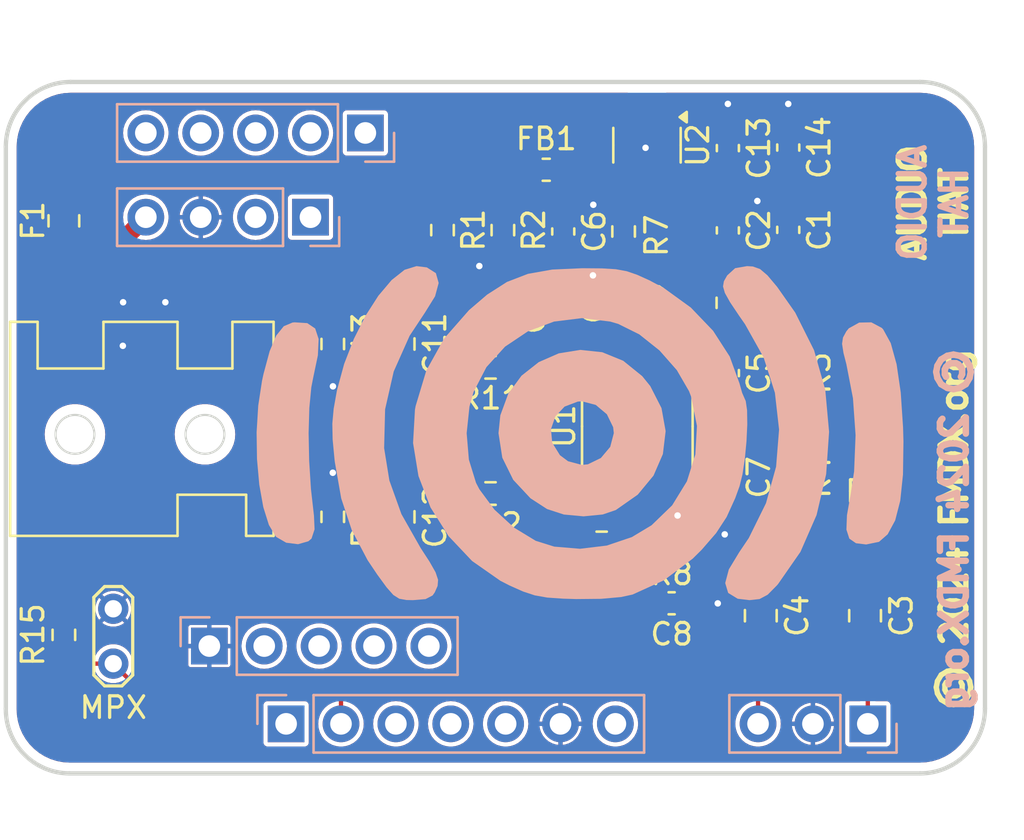
<source format=kicad_pcb>
(kicad_pcb (version 20240108) (generator "pcbnew") (generator_version "8.0")
  (title_block (title "Audiohat for Headless TEF") (date "2024-08-01") (rev "1") (company "fmdx.org"))
  (layers (0 "F.Cu" signal) (31 "B.Cu" signal) (34 "B.Paste" user) (35 "F.Paste" user) (36 "B.SilkS" user "B.Silkscreen") (37 "F.SilkS" user "F.Silkscreen") (38 "B.Mask" user) (39 "F.Mask" user) (44 "Edge.Cuts" user))
  (net 0 "")
  (net 1 "Net-(J1-Pin_1)")
  (net 2 "Net-(J1-Pin_3)")
  (net 3 "GND")
  (net 4 "Net-(C4-Pad2)")
  (net 5 "Net-(U1A-+)")
  (net 6 "Net-(U1A--)")
  (net 7 "Net-(U1C-V+)")
  (net 8 "Net-(C11-Pad1)")
  (net 9 "Net-(C11-Pad2)")
  (net 10 "Net-(C12-Pad2)")
  (net 11 "Net-(C12-Pad1)")
  (net 12 "Net-(U2-OUT)")
  (net 13 "Net-(U2-EN)")
  (net 23 "Net-(R11-Pad1)")
  (net 24 "Net-(R10-Pad2)")
  (net 26 "Net-(C1-Pad1)")
  (net 27 "Net-(C3-Pad2)")
  (net 28 "Net-(U1B-+)")
  (net 29 "Net-(U1B--)")
  (net 30 "Net-(J6-Pin_4)")
  (net 34 "Net-(J5-Pin_2)")
  (footprint "Capacitor_SMD:C_0603_1608Metric" (layer "F.Cu") (at 169.312 94.249 90)
    (property "Reference" "C5" (at 0 1.43 90) (layer "F.SilkS"))
    (property "Value" "10p")
    (fp_line (start -0.14058 -0.51) (end 0.14058 -0.51) (stroke (width 0.12)) (layer "F.SilkS"))
    (fp_line (start -0.14058 0.51) (end 0.14058 0.51) (stroke (width 0.12)) (layer "F.SilkS"))
    (pad "1" smd roundrect (at -0.775 0 90) (size 0.9 0.95) (layers "F.Cu" "F.Paste" "F.Mask") (net 28 "Net-(U1B-+)"))
    (pad "2" smd roundrect (at 0.775 0 90) (size 0.9 0.95) (layers "F.Cu" "F.Paste" "F.Mask") (net 3 "GND"))
  )
  (footprint "Capacitor_SMD:C_0603_1608Metric" (layer "F.Cu") (at 169.312 83.835 90)
    (property "Reference" "C13" (at 0 1.43 90) (layer "F.SilkS"))
    (property "Value" "100n")
    (fp_line (start -0.14058 -0.51) (end 0.14058 -0.51) (stroke (width 0.12)) (layer "F.SilkS"))
    (fp_line (start -0.14058 0.51) (end 0.14058 0.51) (stroke (width 0.12)) (layer "F.SilkS"))
    (pad "1" smd roundrect (at -0.775 0 90) (size 0.9 0.95) (layers "F.Cu" "F.Paste" "F.Mask") (net 12 "Net-(U2-OUT)"))
    (pad "2" smd roundrect (at 0.775 0 90) (size 0.9 0.95) (layers "F.Cu" "F.Paste" "F.Mask") (net 3 "GND"))
  )
  (footprint "Capacitor_SMD:C_0603_1608Metric" (layer "F.Cu") (at 158.898 90.997 90)
    (property "Reference" "C10" (at 0 1.43 90) (layer "F.SilkS"))
    (property "Value" "4.7uF")
    (fp_line (start -0.14058 -0.51) (end 0.14058 -0.51) (stroke (width 0.12)) (layer "F.SilkS"))
    (fp_line (start -0.14058 0.51) (end 0.14058 0.51) (stroke (width 0.12)) (layer "F.SilkS"))
    (pad "1" smd roundrect (at -0.775 0 90) (size 0.9 0.95) (layers "F.Cu" "F.Paste" "F.Mask") (net 7 "Net-(U1C-V+)"))
    (pad "2" smd roundrect (at 0.775 0 90) (size 0.9 0.95) (layers "F.Cu" "F.Paste" "F.Mask") (net 3 "GND"))
  )
  (footprint "Capacitor_SMD:C_0603_1608Metric" (layer "F.Cu") (at 172.106 83.809 90)
    (property "Reference" "C14" (at 0 1.43 90) (layer "F.SilkS"))
    (property "Value" "4.7uF")
    (fp_line (start -0.14058 -0.51) (end 0.14058 -0.51) (stroke (width 0.12)) (layer "F.SilkS"))
    (fp_line (start -0.14058 0.51) (end 0.14058 0.51) (stroke (width 0.12)) (layer "F.SilkS"))
    (pad "1" smd roundrect (at -0.775 0 90) (size 0.9 0.95) (layers "F.Cu" "F.Paste" "F.Mask") (net 12 "Net-(U2-OUT)"))
    (pad "2" smd roundrect (at 0.775 0 90) (size 0.9 0.95) (layers "F.Cu" "F.Paste" "F.Mask") (net 3 "GND"))
  )
  (footprint "Package_TO_SOT_SMD:SOT-23-5" (layer "F.Cu") (at 165.568 83.7005 -90)
    (property "Reference" "U2" (at 0 -2.352 90) (layer "F.SilkS"))
    (property "Value" "TPS7A2033PDBVR")
    (fp_line (start 0 1.56) (end -0.8 1.56) (stroke (width 0.12)) (layer "F.SilkS"))
    (fp_line (start 0 1.56) (end 0.8 1.56) (stroke (width 0.12)) (layer "F.SilkS"))
    (fp_line (start 0 -1.56) (end -0.8 -1.56) (stroke (width 0.12)) (layer "F.SilkS"))
    (fp_line (start 0 -1.56) (end 0.8 -1.56) (stroke (width 0.12)) (layer "F.SilkS"))
    (fp_poly (pts (xy -1.3 -1.51) (xy -1.54 -1.84) (xy -1.06 -1.84) (xy -1.3 -1.51)) (stroke (width 0.12)) (fill solid) (layer "F.SilkS"))
    (pad "1" smd roundrect (at -1.1375 -0.95 270) (size 1.325 0.6) (layers "F.Cu" "F.Paste" "F.Mask") (net 13 "Net-(U2-EN)"))
    (pad "2" smd roundrect (at -1.1375 0 270) (size 1.325 0.6) (layers "F.Cu" "F.Paste" "F.Mask") (net 3 "GND"))
    (pad "3" smd roundrect (at -1.1375 0.95 270) (size 1.325 0.6) (layers "F.Cu" "F.Paste" "F.Mask") (net 13 "Net-(U2-EN)"))
    (pad "4" smd roundrect (at 1.1375 0.95 270) (size 1.325 0.6) (layers "F.Cu" "F.Paste" "F.Mask"))
    (pad "5" smd roundrect (at 1.1375 -0.95 270) (size 1.325 0.6) (layers "F.Cu" "F.Paste" "F.Mask") (net 12 "Net-(U2-OUT)"))
  )
  (footprint "Capacitor_SMD:C_0603_1608Metric" (layer "F.Cu") (at 161.692 87.695 90)
    (property "Reference" "C6" (at 0 1.43 90) (layer "F.SilkS"))
    (property "Value" "2n7")
    (fp_line (start -0.14058 -0.51) (end 0.14058 -0.51) (stroke (width 0.12)) (layer "F.SilkS"))
    (fp_line (start -0.14058 0.51) (end 0.14058 0.51) (stroke (width 0.12)) (layer "F.SilkS"))
    (pad "1" smd roundrect (at -0.775 0 90) (size 0.9 0.95) (layers "F.Cu" "F.Paste" "F.Mask") (net 29 "Net-(U1B--)"))
    (pad "2" smd roundrect (at 0.775 0 90) (size 0.9 0.95) (layers "F.Cu" "F.Paste" "F.Mask") (net 3 "GND"))
  )
  (footprint "TestPoint:TestPoint_2Pads_Pitch2.54mm_Drill0.8mm" (layer "F.Cu") (at 140.864 105.158 -90)
    (property "Reference" "JP1" (hide yes))
    (property "Value" "MPX" (at 4.572 0 0) (layer "F.SilkS"))
    (fp_line (start -0.53 0.9) (end -1.03 0.4) (stroke (width 0.15)) (layer "F.SilkS"))
    (fp_line (start 3.07 0.9) (end -0.53 0.9) (stroke (width 0.15)) (layer "F.SilkS"))
    (fp_line (start -1.03 0.4) (end -1.03 -0.4) (stroke (width 0.15)) (layer "F.SilkS"))
    (fp_line (start 3.57 0.4) (end 3.07 0.9) (stroke (width 0.15)) (layer "F.SilkS"))
    (fp_line (start -1.03 -0.4) (end -0.53 -0.9) (stroke (width 0.15)) (layer "F.SilkS"))
    (fp_line (start 3.57 -0.4) (end 3.57 0.4) (stroke (width 0.15)) (layer "F.SilkS"))
    (fp_line (start -0.53 -0.9) (end 3.07 -0.9) (stroke (width 0.15)) (layer "F.SilkS"))
    (fp_line (start 3.07 -0.9) (end 3.57 -0.4) (stroke (width 0.15)) (layer "F.SilkS"))
    (pad "1" thru_hole circle (at 0 0 270) (size 1.4 1.4) (drill 0.8) (layers "*.Cu" "*.Mask") (net 3 "GND"))
    (pad "2" thru_hole circle (at 2.54 0 270) (size 1.4 1.4) (drill 0.8) (layers "*.Cu" "*.Mask") (net 34 "Net-(J5-Pin_2)"))
  )
  (footprint "Resistor_SMD:R_0603_1608Metric" (layer "F.Cu") (at 169.312 90.997 -90)
    (property "Reference" "R5" (at 0 -1.43 90) (layer "F.SilkS"))
    (property "Value" "100k")
    (fp_line (start -0.237258 0.5225) (end 0.237258 0.5225) (stroke (width 0.12)) (layer "F.SilkS"))
    (fp_line (start -0.237258 -0.5225) (end 0.237258 -0.5225) (stroke (width 0.12)) (layer "F.SilkS"))
    (pad "1" smd roundrect (at -0.825 0 270) (size 0.8 0.95) (layers "F.Cu" "F.Paste" "F.Mask") (net 26 "Net-(C1-Pad1)"))
    (pad "2" smd roundrect (at 0.825 0 270) (size 0.8 0.95) (layers "F.Cu" "F.Paste" "F.Mask") (net 28 "Net-(U1B-+)"))
  )
  (footprint "Inductor_SMD:L_0603_1608Metric" (layer "F.Cu") (at 160.9045 84.838)
    (property "Reference" "FB1" (at 0 -1.43 0) (layer "F.SilkS"))
    (property "Value" "FERRIT")
    (fp_line (start -0.162779 -0.51) (end 0.162779 -0.51) (stroke (width 0.12)) (layer "F.SilkS"))
    (fp_line (start -0.162779 0.51) (end 0.162779 0.51) (stroke (width 0.12)) (layer "F.SilkS"))
    (pad "1" smd roundrect (at -0.7875 0) (size 0.875 0.95) (layers "F.Cu" "F.Paste" "F.Mask") (net 7 "Net-(U1C-V+)"))
    (pad "2" smd roundrect (at 0.7875 0) (size 0.875 0.95) (layers "F.Cu" "F.Paste" "F.Mask") (net 12 "Net-(U2-OUT)"))
  )
  (footprint "Resistor_SMD:R_0603_1608Metric" (layer "F.Cu") (at 172.106 99.075 90)
    (property "Reference" "R4" (at 0 1.43 90) (layer "F.SilkS"))
    (property "Value" "10k")
    (fp_line (start -0.237258 -0.5225) (end 0.237258 -0.5225) (stroke (width 0.12)) (layer "F.SilkS"))
    (fp_line (start -0.237258 0.5225) (end 0.237258 0.5225) (stroke (width 0.12)) (layer "F.SilkS"))
    (pad "1" smd roundrect (at -0.825 0 90) (size 0.8 0.95) (layers "F.Cu" "F.Paste" "F.Mask") (net 4 "Net-(C4-Pad2)"))
    (pad "2" smd roundrect (at 0.825 0 90) (size 0.8 0.95) (layers "F.Cu" "F.Paste" "F.Mask") (net 5 "Net-(U1A-+)"))
  )
  (footprint "Resistor_SMD:R_0603_1608Metric" (layer "F.Cu") (at 172.106 94.249 -90)
    (property "Reference" "R3" (at 0 -1.43 90) (layer "F.SilkS"))
    (property "Value" "10k")
    (fp_line (start -0.237258 0.5225) (end 0.237258 0.5225) (stroke (width 0.12)) (layer "F.SilkS"))
    (fp_line (start -0.237258 -0.5225) (end 0.237258 -0.5225) (stroke (width 0.12)) (layer "F.SilkS"))
    (pad "1" smd roundrect (at -0.825 0 270) (size 0.8 0.95) (layers "F.Cu" "F.Paste" "F.Mask") (net 27 "Net-(C3-Pad2)"))
    (pad "2" smd roundrect (at 0.825 0 270) (size 0.8 0.95) (layers "F.Cu" "F.Paste" "F.Mask") (net 28 "Net-(U1B-+)"))
  )
  (footprint "Library:SJ1-351X-SMT" (layer "F.Cu") (at 136.092 94.545 90)
    (property "Reference" "J2" (hide yes))
    (property "Value" "SJ1-3513-SMT-TR")
    (fp_line (start 2.667 0) (end 2.667 1.27) (stroke (width 0.12)) (layer "F.SilkS"))
    (fp_line (start -7.239 0) (end 2.667 0) (stroke (width 0.12)) (layer "F.SilkS"))
    (fp_line (start 2.667 1.27) (end 0.508 1.27) (stroke (width 0.12)) (layer "F.SilkS"))
    (fp_line (start 0.508 1.27) (end 0.508 4.318) (stroke (width 0.12)) (layer "F.SilkS"))
    (fp_line (start 2.667 4.318) (end 2.667 7.747) (stroke (width 0.12)) (layer "F.SilkS"))
    (fp_line (start 0.508 4.318) (end 2.667 4.318) (stroke (width 0.12)) (layer "F.SilkS"))
    (fp_line (start 2.667 7.747) (end 0.508 7.747) (stroke (width 0.12)) (layer "F.SilkS"))
    (fp_line (start 0.508 7.747) (end 0.508 10.287) (stroke (width 0.12)) (layer "F.SilkS"))
    (fp_line (start -5.334 7.747) (end -7.239 7.747) (stroke (width 0.12)) (layer "F.SilkS"))
    (fp_line (start -7.239 7.747) (end -7.239 0) (stroke (width 0.12)) (layer "F.SilkS"))
    (fp_line (start 2.667 10.287) (end 2.667 12.192) (stroke (width 0.12)) (layer "F.SilkS"))
    (fp_line (start 0.508 10.287) (end 2.667 10.287) (stroke (width 0.12)) (layer "F.SilkS"))
    (fp_line (start -5.334 10.922) (end -5.334 7.747) (stroke (width 0.12)) (layer "F.SilkS"))
    (fp_line (start -7.239 10.922) (end -5.334 10.922) (stroke (width 0.12)) (layer "F.SilkS"))
    (fp_line (start 2.667 12.192) (end -7.239 12.192) (stroke (width 0.12)) (layer "F.SilkS"))
    (fp_line (start -7.239 12.192) (end -7.239 10.922) (stroke (width 0.12)) (layer "F.SilkS"))
    (fp_circle (center -2.54 3) (end -1.64 3) (stroke (width 0.1)) (fill none) (layer "Edge.Cuts"))
    (fp_circle (center -2.54 9.017) (end -1.64 9.017) (stroke (width 0.1)) (fill none) (layer "Edge.Cuts"))
    (pad "1" smd roundrect (at 2.54 2.8 90) (size 3 2) (layers "F.Cu" "F.Paste" "F.Mask") (net 3 "GND"))
    (pad "2" smd roundrect (at -7.239 9.3 90) (size 3 2) (layers "F.Cu" "F.Paste" "F.Mask") (net 10 "Net-(C12-Pad2)"))
    (pad "3" smd roundrect (at 2.54 9 90) (size 3 1.5) (layers "F.Cu" "F.Paste" "F.Mask") (net 9 "Net-(C11-Pad2)"))
  )
  (footprint "Resistor_SMD:R_0603_1608Metric" (layer "F.Cu") (at 175.725 98.3 180)
    (property "Reference" "R6" (at 0 -1.43 0) (layer "F.SilkS"))
    (property "Value" "100k")
    (fp_line (start -0.237258 0.5225) (end 0.237258 0.5225) (stroke (width 0.12)) (layer "F.SilkS"))
    (fp_line (start -0.237258 -0.5225) (end 0.237258 -0.5225) (stroke (width 0.12)) (layer "F.SilkS"))
    (pad "1" smd roundrect (at -0.825 0 180) (size 0.8 0.95) (layers "F.Cu" "F.Paste" "F.Mask") (net 26 "Net-(C1-Pad1)"))
    (pad "2" smd roundrect (at 0.825 0 180) (size 0.8 0.95) (layers "F.Cu" "F.Paste" "F.Mask") (net 5 "Net-(U1A-+)"))
  )
  (footprint "Capacitor_SMD:C_0805_2012Metric" (layer "F.Cu") (at 175.662 105.478 90)
    (property "Reference" "C3" (at 0 1.68 90) (layer "F.SilkS"))
    (property "Value" "10uF X7R")
    (fp_line (start -0.261252 -0.735) (end 0.261252 -0.735) (stroke (width 0.12)) (layer "F.SilkS"))
    (fp_line (start -0.261252 0.735) (end 0.261252 0.735) (stroke (width 0.12)) (layer "F.SilkS"))
    (pad "1" smd roundrect (at -0.95 0 90) (size 1 1.45) (layers "F.Cu" "F.Paste" "F.Mask") (net 1 "Net-(J1-Pin_1)"))
    (pad "2" smd roundrect (at 0.95 0 90) (size 1 1.45) (layers "F.Cu" "F.Paste" "F.Mask") (net 27 "Net-(C3-Pad2)"))
  )
  (footprint "Resistor_SMD:R_0603_1608Metric" (layer "F.Cu") (at 156.104 87.632 90)
    (property "Reference" "R1" (at 0 1.43 90) (layer "F.SilkS"))
    (property "Value" "27k")
    (fp_line (start -0.237258 -0.5225) (end 0.237258 -0.5225) (stroke (width 0.12)) (layer "F.SilkS"))
    (fp_line (start -0.237258 0.5225) (end 0.237258 0.5225) (stroke (width 0.12)) (layer "F.SilkS"))
    (pad "1" smd roundrect (at -0.825 0 90) (size 0.8 0.95) (layers "F.Cu" "F.Paste" "F.Mask") (net 7 "Net-(U1C-V+)"))
    (pad "2" smd roundrect (at 0.825 0 90) (size 0.8 0.95) (layers "F.Cu" "F.Paste" "F.Mask") (net 26 "Net-(C1-Pad1)"))
  )
  (footprint "Package_SO:SOIC-8_3.9x4.9mm_P1.27mm" (layer "F.Cu") (at 165.121 96.711 90)
    (property "Reference" "U1" (at 0 -3.4 90) (layer "F.SilkS"))
    (property "Value" "TLV9062IDR")
    (fp_line (start 0 -2.56) (end 1.95 -2.56) (stroke (width 0.12)) (layer "F.SilkS"))
    (fp_line (start 0 -2.56) (end -1.95 -2.56) (stroke (width 0.12)) (layer "F.SilkS"))
    (fp_line (start 0 2.56) (end 1.95 2.56) (stroke (width 0.12)) (layer "F.SilkS"))
    (fp_line (start 0 2.56) (end -1.95 2.56) (stroke (width 0.12)) (layer "F.SilkS"))
    (fp_poly (pts (xy -2.7 -2.465) (xy -2.94 -2.795) (xy -2.46 -2.795) (xy -2.7 -2.465)) (stroke (width 0.12)) (fill solid) (layer "F.SilkS"))
    (pad "1" smd roundrect (at -2.475 -1.905 90) (size 1.95 0.6) (layers "F.Cu" "F.Paste" "F.Mask") (net 24 "Net-(R10-Pad2)"))
    (pad "2" smd roundrect (at -2.475 -0.635 90) (size 1.95 0.6) (layers "F.Cu" "F.Paste" "F.Mask") (net 6 "Net-(U1A--)"))
    (pad "3" smd roundrect (at -2.475 0.635 90) (size 1.95 0.6) (layers "F.Cu" "F.Paste" "F.Mask") (net 5 "Net-(U1A-+)"))
    (pad "4" smd roundrect (at -2.475 1.905 90) (size 1.95 0.6) (layers "F.Cu" "F.Paste" "F.Mask") (net 3 "GND"))
    (pad "5" smd roundrect (at 2.475 1.905 90) (size 1.95 0.6) (layers "F.Cu" "F.Paste" "F.Mask") (net 28 "Net-(U1B-+)"))
    (pad "6" smd roundrect (at 2.475 0.635 90) (size 1.95 0.6) (layers "F.Cu" "F.Paste" "F.Mask") (net 29 "Net-(U1B--)"))
    (pad "7" smd roundrect (at 2.475 -0.635 90) (size 1.95 0.6) (layers "F.Cu" "F.Paste" "F.Mask") (net 23 "Net-(R11-Pad1)"))
    (pad "8" smd roundrect (at 2.475 -1.905 90) (size 1.95 0.6) (layers "F.Cu" "F.Paste" "F.Mask") (net 7 "Net-(U1C-V+)"))
  )
  (footprint "Capacitor_SMD:C_0603_1608Metric" (layer "F.Cu") (at 172.106 87.619 90)
    (property "Reference" "C1" (at 0 1.43 90) (layer "F.SilkS"))
    (property "Value" "100n")
    (fp_line (start -0.14058 -0.51) (end 0.14058 -0.51) (stroke (width 0.12)) (layer "F.SilkS"))
    (fp_line (start -0.14058 0.51) (end 0.14058 0.51) (stroke (width 0.12)) (layer "F.SilkS"))
    (pad "1" smd roundrect (at -0.775 0 90) (size 0.9 0.95) (layers "F.Cu" "F.Paste" "F.Mask") (net 26 "Net-(C1-Pad1)"))
    (pad "2" smd roundrect (at 0.775 0 90) (size 0.9 0.95) (layers "F.Cu" "F.Paste" "F.Mask") (net 3 "GND"))
  )
  (footprint "Fuse:Fuse_0805_2012Metric" (layer "F.Cu") (at 138.578 87.2025 -90)
    (property "Reference" "F1" (at 0 1.43 90) (layer "F.SilkS"))
    (property "Value" "0805L020/16YR")
    (fp_line (start -0.258578 0.71) (end 0.258578 0.71) (stroke (width 0.12)) (layer "F.SilkS"))
    (fp_line (start -0.258578 -0.71) (end 0.258578 -0.71) (stroke (width 0.12)) (layer "F.SilkS"))
    (pad "1" smd roundrect (at -0.9375 0 270) (size 0.975 1.4) (layers "F.Cu" "F.Paste" "F.Mask") (net 13 "Net-(U2-EN)"))
    (pad "2" smd roundrect (at 0.9375 0 270) (size 0.975 1.4) (layers "F.Cu" "F.Paste" "F.Mask") (net 30 "Net-(J6-Pin_4)"))
  )
  (footprint "Resistor_SMD:R_0603_1608Metric" (layer "F.Cu") (at 151.024 92.903 -90)
    (property "Reference" "R13" (at 0 -1.43 90) (layer "F.SilkS"))
    (property "Value" "100k")
    (fp_line (start -0.237258 0.5225) (end 0.237258 0.5225) (stroke (width 0.12)) (layer "F.SilkS"))
    (fp_line (start -0.237258 -0.5225) (end 0.237258 -0.5225) (stroke (width 0.12)) (layer "F.SilkS"))
    (pad "1" smd roundrect (at -0.825 0 270) (size 0.8 0.95) (layers "F.Cu" "F.Paste" "F.Mask") (net 9 "Net-(C11-Pad2)"))
    (pad "2" smd roundrect (at 0.825 0 270) (size 0.8 0.95) (layers "F.Cu" "F.Paste" "F.Mask") (net 3 "GND"))
  )
  (footprint "Resistor_SMD:R_0603_1608Metric" (layer "F.Cu") (at 158.327 93.982 180)
    (property "Reference" "R11" (at 0 -1.43 0) (layer "F.SilkS"))
    (property "Value" "10k")
    (fp_line (start -0.237258 0.5225) (end 0.237258 0.5225) (stroke (width 0.12)) (layer "F.SilkS"))
    (fp_line (start -0.237258 -0.5225) (end 0.237258 -0.5225) (stroke (width 0.12)) (layer "F.SilkS"))
    (pad "1" smd roundrect (at -0.825 0 180) (size 0.8 0.95) (layers "F.Cu" "F.Paste" "F.Mask") (net 23 "Net-(R11-Pad1)"))
    (pad "2" smd roundrect (at 0.825 0 180) (size 0.8 0.95) (layers "F.Cu" "F.Paste" "F.Mask") (net 8 "Net-(C11-Pad1)"))
  )
  (footprint "Capacitor_SMD:C_0603_1608Metric" (layer "F.Cu") (at 169.312 99.075 -90)
    (property "Reference" "C7" (at 0 -1.43 90) (layer "F.SilkS"))
    (property "Value" "10p")
    (fp_line (start -0.14058 0.51) (end 0.14058 0.51) (stroke (width 0.12)) (layer "F.SilkS"))
    (fp_line (start -0.14058 -0.51) (end 0.14058 -0.51) (stroke (width 0.12)) (layer "F.SilkS"))
    (pad "1" smd roundrect (at -0.775 0 270) (size 0.9 0.95) (layers "F.Cu" "F.Paste" "F.Mask") (net 5 "Net-(U1A-+)"))
    (pad "2" smd roundrect (at 0.775 0 270) (size 0.9 0.95) (layers "F.Cu" "F.Paste" "F.Mask") (net 3 "GND"))
  )
  (footprint "Resistor_SMD:R_0603_1608Metric" (layer "F.Cu") (at 158.327 99.824 180)
    (property "Reference" "R12" (at 0 -1.43 0) (layer "F.SilkS"))
    (property "Value" "10k")
    (fp_line (start -0.237258 0.5225) (end 0.237258 0.5225) (stroke (width 0.12)) (layer "F.SilkS"))
    (fp_line (start -0.237258 -0.5225) (end 0.237258 -0.5225) (stroke (width 0.12)) (layer "F.SilkS"))
    (pad "1" smd roundrect (at -0.825 0 180) (size 0.8 0.95) (layers "F.Cu" "F.Paste" "F.Mask") (net 24 "Net-(R10-Pad2)"))
    (pad "2" smd roundrect (at 0.825 0 180) (size 0.8 0.95) (layers "F.Cu" "F.Paste" "F.Mask") (net 11 "Net-(C12-Pad1)"))
  )
  (footprint "Resistor_SMD:R_0603_1608Metric" (layer "F.Cu") (at 158.898 87.632 -90)
    (property "Reference" "R2" (at 0 -1.43 90) (layer "F.SilkS"))
    (property "Value" "27k")
    (fp_line (start -0.237258 0.5225) (end 0.237258 0.5225) (stroke (width 0.12)) (layer "F.SilkS"))
    (fp_line (start -0.237258 -0.5225) (end 0.237258 -0.5225) (stroke (width 0.12)) (layer "F.SilkS"))
    (pad "1" smd roundrect (at -0.825 0 270) (size 0.8 0.95) (layers "F.Cu" "F.Paste" "F.Mask") (net 26 "Net-(C1-Pad1)"))
    (pad "2" smd roundrect (at 0.825 0 270) (size 0.8 0.95) (layers "F.Cu" "F.Paste" "F.Mask") (net 3 "GND"))
  )
  (footprint "Capacitor_SMD:C_0603_1608Metric" (layer "F.Cu") (at 161.692 90.997 90)
    (property "Reference" "C9" (at 0 1.43 90) (layer "F.SilkS"))
    (property "Value" "100n")
    (fp_line (start -0.14058 -0.51) (end 0.14058 -0.51) (stroke (width 0.12)) (layer "F.SilkS"))
    (fp_line (start -0.14058 0.51) (end 0.14058 0.51) (stroke (width 0.12)) (layer "F.SilkS"))
    (pad "1" smd roundrect (at -0.775 0 90) (size 0.9 0.95) (layers "F.Cu" "F.Paste" "F.Mask") (net 7 "Net-(U1C-V+)"))
    (pad "2" smd roundrect (at 0.775 0 90) (size 0.9 0.95) (layers "F.Cu" "F.Paste" "F.Mask") (net 3 "GND"))
  )
  (footprint "Resistor_SMD:R_0603_1608Metric" (layer "F.Cu") (at 164.486 90.997 -90)
    (property "Reference" "R9" (at 0 -1.43 90) (layer "F.SilkS"))
    (property "Value" "4k3")
    (fp_line (start -0.237258 0.5225) (end 0.237258 0.5225) (stroke (width 0.12)) (layer "F.SilkS"))
    (fp_line (start -0.237258 -0.5225) (end 0.237258 -0.5225) (stroke (width 0.12)) (layer "F.SilkS"))
    (pad "1" smd roundrect (at -0.825 0 270) (size 0.8 0.95) (layers "F.Cu" "F.Paste" "F.Mask") (net 29 "Net-(U1B--)"))
    (pad "2" smd roundrect (at 0.825 0 270) (size 0.8 0.95) (layers "F.Cu" "F.Paste" "F.Mask") (net 23 "Net-(R11-Pad1)"))
  )
  (footprint "Resistor_SMD:R_0603_1608Metric" (layer "F.Cu") (at 138.578 106.365 -90)
    (property "Reference" "R15" (at 0 1.43 90) (layer "F.SilkS"))
    (property "Value" "10k")
    (fp_line (start -0.237258 0.5225) (end 0.237258 0.5225) (stroke (width 0.12)) (layer "F.SilkS"))
    (fp_line (start -0.237258 -0.5225) (end 0.237258 -0.5225) (stroke (width 0.12)) (layer "F.SilkS"))
    (pad "1" smd roundrect (at -0.825 0 270) (size 0.8 0.95) (layers "F.Cu" "F.Paste" "F.Mask") (net 7 "Net-(U1C-V+)"))
    (pad "2" smd roundrect (at 0.825 0 270) (size 0.8 0.95) (layers "F.Cu" "F.Paste" "F.Mask") (net 34 "Net-(J5-Pin_2)"))
  )
  (footprint "Capacitor_SMD:C_0805_2012Metric" (layer "F.Cu") (at 154.072 100.903 -90)
    (property "Reference" "C12" (at 0 -1.68 90) (layer "F.SilkS"))
    (property "Value" "10uF X7R")
    (fp_line (start -0.261252 0.735) (end 0.261252 0.735) (stroke (width 0.12)) (layer "F.SilkS"))
    (fp_line (start -0.261252 -0.735) (end 0.261252 -0.735) (stroke (width 0.12)) (layer "F.SilkS"))
    (pad "1" smd roundrect (at -0.95 0 270) (size 1 1.45) (layers "F.Cu" "F.Paste" "F.Mask") (net 11 "Net-(C12-Pad1)"))
    (pad "2" smd roundrect (at 0.95 0 270) (size 1 1.45) (layers "F.Cu" "F.Paste" "F.Mask") (net 10 "Net-(C12-Pad2)"))
  )
  (footprint "Capacitor_SMD:C_0603_1608Metric" (layer "F.Cu") (at 166.709 104.904)
    (property "Reference" "C8" (at 0 1.43 0) (layer "F.SilkS"))
    (property "Value" "2n7")
    (fp_line (start -0.14058 -0.51) (end 0.14058 -0.51) (stroke (width 0.12)) (layer "F.SilkS"))
    (fp_line (start -0.14058 0.51) (end 0.14058 0.51) (stroke (width 0.12)) (layer "F.SilkS"))
    (pad "1" smd roundrect (at -0.775 0) (size 0.9 0.95) (layers "F.Cu" "F.Paste" "F.Mask") (net 6 "Net-(U1A--)"))
    (pad "2" smd roundrect (at 0.775 0) (size 0.9 0.95) (layers "F.Cu" "F.Paste" "F.Mask") (net 3 "GND"))
  )
  (footprint "Resistor_SMD:R_0603_1608Metric" (layer "F.Cu") (at 151.024 100.903 90)
    (property "Reference" "R14" (at 0 1.43 90) (layer "F.SilkS"))
    (property "Value" "100k")
    (fp_line (start -0.237258 -0.5225) (end 0.237258 -0.5225) (stroke (width 0.12)) (layer "F.SilkS"))
    (fp_line (start -0.237258 0.5225) (end 0.237258 0.5225) (stroke (width 0.12)) (layer "F.SilkS"))
    (pad "1" smd roundrect (at -0.825 0 90) (size 0.8 0.95) (layers "F.Cu" "F.Paste" "F.Mask") (net 10 "Net-(C12-Pad2)"))
    (pad "2" smd roundrect (at 0.825 0 90) (size 0.8 0.95) (layers "F.Cu" "F.Paste" "F.Mask") (net 3 "GND"))
  )
  (footprint "Capacitor_SMD:C_0805_2012Metric" (layer "F.Cu") (at 154.072 92.903 90)
    (property "Reference" "C11" (at 0 1.68 90) (layer "F.SilkS"))
    (property "Value" "10uF X7R")
    (fp_line (start -0.261252 -0.735) (end 0.261252 -0.735) (stroke (width 0.12)) (layer "F.SilkS"))
    (fp_line (start -0.261252 0.735) (end 0.261252 0.735) (stroke (width 0.12)) (layer "F.SilkS"))
    (pad "1" smd roundrect (at -0.95 0 90) (size 1 1.45) (layers "F.Cu" "F.Paste" "F.Mask") (net 8 "Net-(C11-Pad1)"))
    (pad "2" smd roundrect (at 0.95 0 90) (size 1 1.45) (layers "F.Cu" "F.Paste" "F.Mask") (net 9 "Net-(C11-Pad2)"))
  )
  (footprint "Resistor_SMD:R_0603_1608Metric" (layer "F.Cu") (at 163.47 102.11 180)
    (property "Reference" "R10" (at 0 -1.43 0) (layer "F.SilkS"))
    (property "Value" "4k3")
    (fp_line (start -0.237258 0.5225) (end 0.237258 0.5225) (stroke (width 0.12)) (layer "F.SilkS"))
    (fp_line (start -0.237258 -0.5225) (end 0.237258 -0.5225) (stroke (width 0.12)) (layer "F.SilkS"))
    (pad "1" smd roundrect (at -0.825 0 180) (size 0.8 0.95) (layers "F.Cu" "F.Paste" "F.Mask") (net 6 "Net-(U1A--)"))
    (pad "2" smd roundrect (at 0.825 0 180) (size 0.8 0.95) (layers "F.Cu" "F.Paste" "F.Mask") (net 24 "Net-(R10-Pad2)"))
  )
  (footprint "Resistor_SMD:R_0603_1608Metric" (layer "F.Cu") (at 164.486 87.695 90)
    (property "Reference" "R7" (at -0.191 1.524 90) (layer "F.SilkS"))
    (property "Value" "10k")
    (fp_line (start -0.237258 -0.5225) (end 0.237258 -0.5225) (stroke (width 0.12)) (layer "F.SilkS"))
    (fp_line (start -0.237258 0.5225) (end 0.237258 0.5225) (stroke (width 0.12)) (layer "F.SilkS"))
    (pad "1" smd roundrect (at -0.825 0 90) (size 0.8 0.95) (layers "F.Cu" "F.Paste" "F.Mask") (net 29 "Net-(U1B--)"))
    (pad "2" smd roundrect (at 0.825 0 90) (size 0.8 0.95) (layers "F.Cu" "F.Paste" "F.Mask") (net 3 "GND"))
  )
  (footprint "Capacitor_SMD:C_0603_1608Metric" (layer "F.Cu") (at 169.312 87.645 90)
    (property "Reference" "C2" (at 0 1.43 90) (layer "F.SilkS"))
    (property "Value" "4.7uF")
    (fp_line (start -0.14058 -0.51) (end 0.14058 -0.51) (stroke (width 0.12)) (layer "F.SilkS"))
    (fp_line (start -0.14058 0.51) (end 0.14058 0.51) (stroke (width 0.12)) (layer "F.SilkS"))
    (pad "1" smd roundrect (at -0.775 0 90) (size 0.9 0.95) (layers "F.Cu" "F.Paste" "F.Mask") (net 26 "Net-(C1-Pad1)"))
    (pad "2" smd roundrect (at 0.775 0 90) (size 0.9 0.95) (layers "F.Cu" "F.Paste" "F.Mask") (net 3 "GND"))
  )
  (footprint "Capacitor_SMD:C_0805_2012Metric" (layer "F.Cu") (at 170.836 105.478 90)
    (property "Reference" "C4" (at 0 1.68 90) (layer "F.SilkS"))
    (property "Value" "10uF X7R")
    (fp_line (start -0.261252 -0.735) (end 0.261252 -0.735) (stroke (width 0.12)) (layer "F.SilkS"))
    (fp_line (start -0.261252 0.735) (end 0.261252 0.735) (stroke (width 0.12)) (layer "F.SilkS"))
    (pad "1" smd roundrect (at -0.95 0 90) (size 1 1.45) (layers "F.Cu" "F.Paste" "F.Mask") (net 2 "Net-(J1-Pin_3)"))
    (pad "2" smd roundrect (at 0.95 0 90) (size 1 1.45) (layers "F.Cu" "F.Paste" "F.Mask") (net 4 "Net-(C4-Pad2)"))
  )
  (footprint "Resistor_SMD:R_0603_1608Metric" (layer "F.Cu") (at 166.709 102.11)
    (property "Reference" "R8" (at 0 1.43 0) (layer "F.SilkS"))
    (property "Value" "10k")
    (fp_line (start -0.237258 -0.5225) (end 0.237258 -0.5225) (stroke (width 0.12)) (layer "F.SilkS"))
    (fp_line (start -0.237258 0.5225) (end 0.237258 0.5225) (stroke (width 0.12)) (layer "F.SilkS"))
    (pad "1" smd roundrect (at -0.825 0) (size 0.8 0.95) (layers "F.Cu" "F.Paste" "F.Mask") (net 6 "Net-(U1A--)"))
    (pad "2" smd roundrect (at 0.825 0) (size 0.8 0.95) (layers "F.Cu" "F.Paste" "F.Mask") (net 3 "GND"))
  )
  (footprint "Library:openradio" (layer "B.Cu") (at 162.56 97.028 180)
    (property "Reference" "G***" (hide yes))
    (property "Value" "LOGO" (hide yes))
    (fp_poly (pts (xy -12.830521 5.117429) (xy -12.348955 4.851091) (xy -12.233962 4.710316) (xy -12.080061 4.427012) (xy -12.036393 4.133713) (xy -12.103129 3.708601) (xy -12.236097 3.191837) (xy -12.541168 1.616861) (xy -12.662362 -0.093437) (xy -12.594289 -1.773788) (xy -12.432658 -2.836493) (xy -12.263291 -3.800048) (xy -12.238383 -4.466325) (xy -12.372614 -4.88253) (xy -12.680663 -5.095865) (xy -13.153262 -5.153623) (xy -13.748532 -5.031183) (xy -14.148377 -4.682295) (xy -14.495785 -4.040081) (xy -14.730955 -3.126114) (xy -14.85741 -1.915929) (xy -14.878674 -0.385059) (xy -14.86068 0.264993) (xy -14.752758 1.88434) (xy -14.561695 3.189646) (xy -14.29064 4.166143) (xy -13.942745 4.799058) (xy -13.878641 4.868978) (xy -13.391425 5.128312)) (fill solid) (layer "B.SilkS"))
    (fp_poly (pts (xy 13.39932 5.118956) (xy 13.804188 4.948622) (xy 14.151366 4.51709) (xy 14.458112 3.791414) (xy 14.741684 2.738651) (xy 14.809667 2.426735) (xy 14.985665 1.274061) (xy 15.061167 0.038747) (xy 15.042878 -1.205332) (xy 14.937502 -2.384301) (xy 14.751744 -3.424288) (xy 14.492309 -4.251416) (xy 14.165901 -4.791813) (xy 14.153368 -4.804604) (xy 13.692311 -5.071891) (xy 13.142789 -5.141139) (xy 12.663782 -5.004915) (xy 12.518816 -4.881) (xy 12.378084 -4.454131) (xy 12.405613 -3.822666) (xy 12.545388 -2.58766) (xy 12.628177 -1.281718) (xy 12.653397 0.000849) (xy 12.620471 1.165731) (xy 12.528818 2.118617) (xy 12.444801 2.551684) (xy 12.224496 3.601986) (xy 12.18935 4.356546) (xy 12.34989 4.843676) (xy 12.716644 5.091693) (xy 13.30014 5.128909)) (fill solid) (layer "B.SilkS"))
    (fp_poly (pts (xy -7.088532 7.635343) (xy -6.723581 7.304096) (xy -6.709278 7.282632) (xy -6.5674 7.030238) (xy -6.526571 6.788508) (xy -6.612407 6.488781) (xy -6.850522 6.062398) (xy -7.266532 5.440698) (xy -7.546039 5.039735) (xy -8.403792 3.50753) (xy -8.928485 1.867208) (xy -9.121314 0.164868) (xy -8.983477 -1.553392) (xy -8.516168 -3.241474) (xy -7.720586 -4.85328) (xy -7.272011 -5.519394) (xy -6.795847 -6.30739) (xy -6.628314 -6.938932) (xy -6.765721 -7.397041) (xy -7.204373 -7.664738) (xy -7.752904 -7.730435) (xy -8.2178 -7.679874) (xy -8.595856 -7.477684) (xy -9.021622 -7.048103) (xy -9.075362 -6.985799) (xy -10.113353 -5.492504) (xy -10.857853 -3.790062) (xy -11.301221 -1.901275) (xy -11.436484 0.05962) (xy -11.259646 2.007929) (xy -10.740457 3.839804) (xy -9.871055 5.577182) (xy -9.030316 6.773685) (xy -8.583455 7.304329) (xy -8.241414 7.595237) (xy -7.906114 7.713822) (xy -7.638369 7.730434)) (fill solid) (layer "B.SilkS"))
    (fp_poly (pts (xy 8.212342 7.559947) (xy 8.812871 7.084289) (xy 9.426968 6.357167) (xy 10.02044 5.432287) (xy 10.559094 4.363355) (xy 11.008736 3.204079) (xy 11.335174 2.008165) (xy 11.350873 1.932608) (xy 11.49434 1.129361) (xy 11.556681 0.438764) (xy 11.542122 -0.291823) (xy 11.45489 -1.215042) (xy 11.441279 -1.33286) (xy 11.145118 -3.020917) (xy 10.654407 -4.496264) (xy 9.922256 -5.883393) (xy 9.478266 -6.544675) (xy 9.044759 -7.137743) (xy 8.733648 -7.49051) (xy 8.457748 -7.665305) (xy 8.129876 -7.724458) (xy 7.81964 -7.730435) (xy 7.241051 -7.682383) (xy 6.91575 -7.513336) (xy 6.816621 -7.374419) (xy 6.682742 -7.07226) (xy 6.66084 -6.788533) (xy 6.776814 -6.441447) (xy 7.056562 -5.949209) (xy 7.46805 -5.317071) (xy 8.357739 -3.747358) (xy 8.915172 -2.19351) (xy 9.158501 -0.693142) (xy 9.113003 1.104303) (xy 8.714411 2.854024) (xy 7.977739 4.506201) (xy 7.268068 5.579168) (xy 6.800636 6.332008) (xy 6.633925 6.949839) (xy 6.762977 7.405415) (xy 7.182833 7.671492) (xy 7.659575 7.730434)) (fill solid) (layer "B.SilkS"))
    (fp_poly (pts (xy 1.076914 3.69233) (xy 2.002594 3.286849) (xy 2.799377 2.658716) (xy 3.410818 1.830331) (xy 3.780471 0.824097) (xy 3.865218 0) (xy 3.689356 -1.137347) (xy 3.184365 -2.160658) (xy 2.384132 -3.016947) (xy 1.61784 -3.513958) (xy 0.841081 -3.767233) (xy -0.071746 -3.851937) (xy -0.95867 -3.765734) (xy -1.564493 -3.559894) (xy -2.580621 -2.848244) (xy -3.311011 -1.965809) (xy -3.744896 -0.967236) (xy -3.860422 0) (xy -1.472464 0) (xy -1.3056 -0.636664) (xy -0.872587 -1.150962) (xy -0.274792 -1.441527) (xy 0 -1.472464) (xy 0.645998 -1.300404) (xy 1.020685 -1.020685) (xy 1.378137 -0.44441) (xy 1.436453 0.183878) (xy 1.233323 0.772118) (xy 0.806436 1.228249) (xy 0.19348 1.460211) (xy 0 1.472463) (xy -0.636664 1.3056) (xy -1.150962 0.872587) (xy -1.441527 0.274792) (xy -1.472464 0) (xy -3.860422 0) (xy -3.87151 0.09283) (xy -3.680089 1.159742) (xy -3.159865 2.178854) (xy -2.785872 2.639682) (xy -1.909056 3.348834) (xy -0.935357 3.745724) (xy 0.078782 3.852756)) (fill solid) (layer "B.SilkS"))
    (fp_poly (pts (xy 0 7.632566) (xy 1.378231 7.57139) (xy 2.502486 7.372411) (xy 3.472871 6.998499) (xy 4.389492 6.412527) (xy 5.230412 5.692651) (xy 6.382195 4.379062) (xy 7.205543 2.899468) (xy 7.702007 1.251012) (xy 7.731675 1.088701) (xy 7.819594 -0.456803) (xy 7.570156 -1.984264) (xy 7.012363 -3.439717) (xy 6.175217 -4.769197) (xy 5.087719 -5.918741) (xy 3.778871 -6.834383) (xy 3.357356 -7.050684) (xy 2.725774 -7.331447) (xy 2.184601 -7.50975) (xy 1.606968 -7.611512) (xy 0.866005 -7.66265) (xy 0.276087 -7.680137) (xy -0.877099 -7.669941) (xy -1.805784 -7.587198) (xy -2.340106 -7.471442) (xy -3.799059 -6.808159) (xy -5.127416 -5.807315) (xy -5.542202 -5.396066) (xy -6.208754 -4.627007) (xy -6.694345 -3.883846) (xy -7.091093 -3.011819) (xy -7.293893 -2.453085) (xy -7.429722 -1.902311) (xy -7.53859 -1.174882) (xy -7.614238 -0.371554) (xy -7.646977 0.333133) (xy -5.320428 0.333133) (xy -5.245621 -0.988319) (xy -4.854792 -2.23239) (xy -4.171858 -3.342596) (xy -3.220735 -4.262453) (xy -2.30864 -4.811196) (xy -1.146338 -5.203826) (xy 0.091565 -5.352608) (xy 1.284659 -5.252874) (xy 2.141884 -4.983834) (xy 3.142368 -4.375758) (xy 4.05065 -3.542799) (xy 4.748406 -2.599873) (xy 4.904621 -2.300725) (xy 5.23574 -1.227005) (xy 5.338382 -0.003661) (xy 5.208635 1.227246) (xy 5.020348 1.902714) (xy 4.422514 3.055222) (xy 3.562254 4.001661) (xy 2.499424 4.71385) (xy 1.293883 5.163606) (xy 0.005487 5.322748) (xy -1.305909 5.163092) (xy -1.675483 5.055296) (xy -2.649769 4.57187) (xy -3.587398 3.825309) (xy -4.388806 2.915178) (xy -4.954427 1.941043) (xy -5.055296 1.675483) (xy -5.320428 0.333133) (xy -7.646977 0.333133) (xy -7.650405 0.406915) (xy -7.640832 1.059765) (xy -7.57926 1.486239) (xy -7.543484 1.564492) (xy -7.412016 1.86646) (xy -7.290439 2.300724) (xy -6.836837 3.546842) (xy -6.068187 4.737697) (xy -5.037517 5.812537) (xy -3.797854 6.710611) (xy -3.128985 7.068308) (xy -2.553314 7.328701) (xy -2.069882 7.494736) (xy -1.564477 7.587009) (xy -0.922886 7.626116) (xy -0.030895 7.632654)) (fill solid) (layer "B.SilkS"))
  )
  (footprint "Connector_PinHeader_2.54mm:PinHeader_1x05_P2.54mm_Vertical" (layer "B.Cu") (at 152.532 83.134 90)
    (property "Reference" "J4" (hide yes))
    (property "Value" "1x5 Female")
    (fp_line (start 1.33 -11.49) (end -1.33 -11.49) (stroke (width 0.12)) (layer "B.SilkS"))
    (fp_line (start 1.33 -11.49) (end 1.33 -1.27) (stroke (width 0.12)) (layer "B.SilkS"))
    (fp_line (start -1.33 -11.49) (end -1.33 -1.27) (stroke (width 0.12)) (layer "B.SilkS"))
    (fp_line (start 1.33 -1.27) (end -1.33 -1.27) (stroke (width 0.12)) (layer "B.SilkS"))
    (fp_line (start 0 1.33) (end -1.33 1.33) (stroke (width 0.12)) (layer "B.SilkS"))
    (fp_line (start -1.33 1.33) (end -1.33 0) (stroke (width 0.12)) (layer "B.SilkS"))
    (pad "1" thru_hole rect (at 0 0 90) (size 1.7 1.7) (drill 1) (layers "*.Cu" "*.Mask"))
    (pad "2" thru_hole oval (at 0 -2.54 90) (size 1.7 1.7) (drill 1) (layers "*.Cu" "*.Mask"))
    (pad "3" thru_hole oval (at 0 -5.08 90) (size 1.7 1.7) (drill 1) (layers "*.Cu" "*.Mask"))
    (pad "4" thru_hole oval (at 0 -7.62 90) (size 1.7 1.7) (drill 1) (layers "*.Cu" "*.Mask"))
    (pad "5" thru_hole oval (at 0 -10.16 90) (size 1.7 1.7) (drill 1) (layers "*.Cu" "*.Mask"))
  )
  (footprint "Connector_PinHeader_2.54mm:PinHeader_1x05_P2.54mm_Vertical" (layer "B.Cu") (at 145.312 106.884 -90)
    (property "Reference" "J3" (hide yes))
    (property "Value" "1x5 Female")
    (fp_line (start -1.33 1.33) (end -1.33 0) (stroke (width 0.12)) (layer "B.SilkS"))
    (fp_line (start 0 1.33) (end -1.33 1.33) (stroke (width 0.12)) (layer "B.SilkS"))
    (fp_line (start 1.33 -1.27) (end -1.33 -1.27) (stroke (width 0.12)) (layer "B.SilkS"))
    (fp_line (start -1.33 -11.49) (end -1.33 -1.27) (stroke (width 0.12)) (layer "B.SilkS"))
    (fp_line (start 1.33 -11.49) (end 1.33 -1.27) (stroke (width 0.12)) (layer "B.SilkS"))
    (fp_line (start 1.33 -11.49) (end -1.33 -11.49) (stroke (width 0.12)) (layer "B.SilkS"))
    (pad "1" thru_hole rect (at 0 0 270) (size 1.7 1.7) (drill 1) (layers "*.Cu" "*.Mask") (net 3 "GND"))
    (pad "2" thru_hole oval (at 0 -2.54 270) (size 1.7 1.7) (drill 1) (layers "*.Cu" "*.Mask"))
    (pad "3" thru_hole oval (at 0 -5.08 270) (size 1.7 1.7) (drill 1) (layers "*.Cu" "*.Mask"))
    (pad "4" thru_hole oval (at 0 -7.62 270) (size 1.7 1.7) (drill 1) (layers "*.Cu" "*.Mask"))
    (pad "5" thru_hole oval (at 0 -10.16 270) (size 1.7 1.7) (drill 1) (layers "*.Cu" "*.Mask"))
  )
  (footprint "Connector_PinHeader_2.54mm:PinHeader_1x04_P2.54mm_Vertical" (layer "B.Cu") (at 149.992 87.034 90)
    (property "Reference" "J6" (hide yes))
    (property "Value" "1x4 Female")
    (fp_line (start 1.33 -8.95) (end -1.33 -8.95) (stroke (width 0.12)) (layer "B.SilkS"))
    (fp_line (start 1.33 -8.95) (end 1.33 -1.27) (stroke (width 0.12)) (layer "B.SilkS"))
    (fp_line (start -1.33 -8.95) (end -1.33 -1.27) (stroke (width 0.12)) (layer "B.SilkS"))
    (fp_line (start 1.33 -1.27) (end -1.33 -1.27) (stroke (width 0.12)) (layer "B.SilkS"))
    (fp_line (start 0 1.33) (end -1.33 1.33) (stroke (width 0.12)) (layer "B.SilkS"))
    (fp_line (start -1.33 1.33) (end -1.33 0) (stroke (width 0.12)) (layer "B.SilkS"))
    (pad "1" thru_hole rect (at 0 0 90) (size 1.7 1.7) (drill 1) (layers "*.Cu" "*.Mask"))
    (pad "2" thru_hole oval (at 0 -2.54 90) (size 1.7 1.7) (drill 1) (layers "*.Cu" "*.Mask"))
    (pad "3" thru_hole oval (at 0 -5.08 90) (size 1.7 1.7) (drill 1) (layers "*.Cu" "*.Mask") (net 3 "GND"))
    (pad "4" thru_hole oval (at 0 -7.62 90) (size 1.7 1.7) (drill 1) (layers "*.Cu" "*.Mask") (net 30 "Net-(J6-Pin_4)"))
  )
  (footprint "Connector_PinHeader_2.54mm:PinHeader_1x03_P2.54mm_Vertical" (layer "B.Cu") (at 175.789 110.484 90)
    (property "Reference" "J1" (hide yes))
    (property "Value" "1x3 Female")
    (fp_line (start 1.33 -6.41) (end -1.33 -6.41) (stroke (width 0.12)) (layer "B.SilkS"))
    (fp_line (start 1.33 -6.41) (end 1.33 -1.27) (stroke (width 0.12)) (layer "B.SilkS"))
    (fp_line (start -1.33 -6.41) (end -1.33 -1.27) (stroke (width 0.12)) (layer "B.SilkS"))
    (fp_line (start 1.33 -1.27) (end -1.33 -1.27) (stroke (width 0.12)) (layer "B.SilkS"))
    (fp_line (start 0 1.33) (end -1.33 1.33) (stroke (width 0.12)) (layer "B.SilkS"))
    (fp_line (start -1.33 1.33) (end -1.33 0) (stroke (width 0.12)) (layer "B.SilkS"))
    (pad "1" thru_hole rect (at 0 0 90) (size 1.7 1.7) (drill 1) (layers "*.Cu" "*.Mask") (net 1 "Net-(J1-Pin_1)"))
    (pad "2" thru_hole oval (at 0 -2.54 90) (size 1.7 1.7) (drill 1) (layers "*.Cu" "*.Mask") (net 3 "GND"))
    (pad "3" thru_hole oval (at 0 -5.08 90) (size 1.7 1.7) (drill 1) (layers "*.Cu" "*.Mask") (net 2 "Net-(J1-Pin_3)"))
  )
  (footprint "Connector_PinHeader_2.54mm:PinHeader_1x07_P2.54mm_Vertical" (layer "B.Cu") (at 148.865 110.484 -90)
    (property "Reference" "J5" (hide yes))
    (property "Value" "1x7 Female")
    (fp_line (start -1.33 1.33) (end -1.33 0) (stroke (width 0.12)) (layer "B.SilkS"))
    (fp_line (start 0 1.33) (end -1.33 1.33) (stroke (width 0.12)) (layer "B.SilkS"))
    (fp_line (start 1.33 -1.27) (end -1.33 -1.27) (stroke (width 0.12)) (layer "B.SilkS"))
    (fp_line (start -1.33 -16.57) (end -1.33 -1.27) (stroke (width 0.12)) (layer "B.SilkS"))
    (fp_line (start 1.33 -16.57) (end 1.33 -1.27) (stroke (width 0.12)) (layer "B.SilkS"))
    (fp_line (start 1.33 -16.57) (end -1.33 -16.57) (stroke (width 0.12)) (layer "B.SilkS"))
    (pad "1" thru_hole rect (at 0 0 270) (size 1.7 1.7) (drill 1) (layers "*.Cu" "*.Mask"))
    (pad "2" thru_hole oval (at 0 -2.54 270) (size 1.7 1.7) (drill 1) (layers "*.Cu" "*.Mask") (net 34 "Net-(J5-Pin_2)"))
    (pad "3" thru_hole oval (at 0 -5.08 270) (size 1.7 1.7) (drill 1) (layers "*.Cu" "*.Mask"))
    (pad "4" thru_hole oval (at 0 -7.62 270) (size 1.7 1.7) (drill 1) (layers "*.Cu" "*.Mask"))
    (pad "5" thru_hole oval (at 0 -10.16 270) (size 1.7 1.7) (drill 1) (layers "*.Cu" "*.Mask"))
    (pad "6" thru_hole oval (at 0 -12.7 270) (size 1.7 1.7) (drill 1) (layers "*.Cu" "*.Mask") (net 3 "GND"))
    (pad "7" thru_hole oval (at 0 -15.24 270) (size 1.7 1.7) (drill 1) (layers "*.Cu" "*.Mask"))
  )
  (gr_line (start 181.212 109.778) (end 181.212 83.774) (stroke (width 0.2)) (layer "Edge.Cuts"))
  (gr_line (start 138.832 112.778) (end 178.202 112.778) (stroke (width 0.2)) (layer "Edge.Cuts"))
  (gr_line (start 135.892 109.778) (end 135.892 83.774) (stroke (width 0.2)) (layer "Edge.Cuts"))
  (gr_arc (start 135.892 83.774) (mid 136.77068 81.65268) (end 138.892 80.774) (stroke (width 0.2)) (layer "Edge.Cuts"))
  (gr_arc (start 181.212 109.778) (mid 180.32832 111.901391) (end 178.202 112.778) (stroke (width 0.2)) (layer "Edge.Cuts"))
  (gr_arc (start 138.832 112.778) (mid 136.737547 111.889964) (end 135.892 109.778) (stroke (width 0.2)) (layer "Edge.Cuts"))
  (gr_line (start 178.202 80.774) (end 138.892 80.774) (stroke (width 0.2)) (layer "Edge.Cuts"))
  (gr_arc (start 178.202 80.774) (mid 180.32832 81.650609) (end 181.212 83.774) (stroke (width 0.2)) (layer "Edge.Cuts"))
  (gr_text "AUDIO\nHAT" (at 180.488 86.362 90) (layer "B.SilkS") (effects (font (size 1.2 1.2) (thickness 0.25)) (justify bottom mirror)))
  (gr_text "© 2024 FMDX.org" (at 180.488 92.966 90) (layer "B.SilkS") (effects (font (size 1.2 1.2) (thickness 0.3) (bold yes)) (justify left bottom mirror)))
  (gr_text "AUDIO\nHAT" (at 180.488 86.362 90) (layer "F.SilkS") (effects (font (size 1.2 1.2) (thickness 0.25)) (justify bottom)))
  (gr_text "© 2024 FMDX.org" (at 180.488 109.984 90) (layer "F.SilkS") (effects (font (size 1.2 1.2) (thickness 0.25) (bold yes)) (justify left bottom)))
  (segment (start 175.789 110.484) (end 175.789 106.555) (width 0.2) (layer "F.Cu") (net 1))
  (segment (start 175.789 106.555) (end 175.662 106.428) (width 0.2) (layer "F.Cu") (net 1))
  (segment (start 170.709 106.555) (end 170.836 106.428) (width 0.2) (layer "F.Cu") (net 2))
  (segment (start 170.709 110.484) (end 170.709 106.555) (width 0.2) (layer "F.Cu") (net 2))
  (via (at 141.319938 90.969965) (size 0.6) (drill 0.3) (layers "F.Cu" "B.Cu") (net 3))
  (via (at 168.843974 104.908598) (size 0.6) (drill 0.3) (layers "F.Cu" "B.Cu") (net 3))
  (via (at 169.312 81.79) (size 0.6) (drill 0.3) (layers "F.Cu" "B.Cu") (net 3))
  (via (at 143.275407 90.969965) (size 0.6) (drill 0.3) (layers "F.Cu" "B.Cu") (net 3))
  (via (at 169.166722 101.714731) (size 0.6) (drill 0.3) (layers "F.Cu" "B.Cu") (net 3))
  (via (at 165.502 83.822) (size 0.6) (drill 0.3) (layers "F.Cu" "B.Cu") (net 3))
  (via (at 163.082724 86.458275) (size 0.6) (drill 0.3) (layers "F.Cu" "B.Cu") (net 3))
  (via (at 141.307925 92.987358) (size 0.6) (drill 0.3) (layers "F.Cu" "B.Cu") (net 3))
  (via (at 157.807514 89.294359) (size 0.6) (drill 0.3) (layers "F.Cu" "B.Cu") (net 3))
  (via (at 170.675786 86.283465) (size 0.6) (drill 0.3) (layers "F.Cu" "B.Cu") (net 3))
  (via (at 151.024864 98.862086) (size 0.6) (drill 0.3) (layers "F.Cu" "B.Cu") (net 3))
  (via (at 172.106 81.79) (size 0.6) (drill 0.3) (layers "F.Cu" "B.Cu") (net 3))
  (via (at 151.031783 94.861624) (size 0.6) (drill 0.3) (layers "F.Cu" "B.Cu") (net 3))
  (via (at 166.98343 100.841414) (size 0.6) (drill 0.3) (layers "F.Cu" "B.Cu") (net 3))
  (via (at 163.066608 89.726419) (size 0.6) (drill 0.3) (layers "F.Cu" "B.Cu") (net 3))
  (segment (start 170.836 104.528) (end 172.106 103.258) (width 0.2) (layer "F.Cu") (net 4))
  (segment (start 172.106 103.258) (end 172.106 99.9) (width 0.2) (layer "F.Cu") (net 4))
  (segment (start 172.106 98.25) (end 174.85 98.25) (width 0.2) (layer "F.Cu") (net 5))
  (segment (start 169.312 98.3) (end 168.923 97.911) (width 0.2) (layer "F.Cu") (net 5))
  (segment (start 168.923 97.911) (end 166.056001 97.911) (width 0.2) (layer "F.Cu") (net 5))
  (segment (start 166.056001 97.911) (end 165.756 98.211001) (width 0.2) (layer "F.Cu") (net 5))
  (segment (start 165.756 98.211001) (end 165.756 99.186) (width 0.2) (layer "F.Cu") (net 5))
  (segment (start 174.85 98.25) (end 174.9 98.3) (width 0.2) (layer "F.Cu") (net 5))
  (segment (start 172.056 98.3) (end 172.106 98.25) (width 0.2) (layer "F.Cu") (net 5))
  (segment (start 169.312 98.3) (end 172.056 98.3) (width 0.2) (layer "F.Cu") (net 5))
  (segment (start 164.295 102.11) (end 165.884 102.11) (width 0.2) (layer "F.Cu") (net 6))
  (segment (start 164.486 99.186) (end 164.486 101.919) (width 0.2) (layer "F.Cu") (net 6))
  (segment (start 164.486 101.919) (end 164.295 102.11) (width 0.2) (layer "F.Cu") (net 6))
  (segment (start 165.884 102.492) (end 165.934 102.542) (width 0.2) (layer "F.Cu") (net 6))
  (segment (start 165.934 102.542) (end 165.934 104.904) (width 0.2) (layer "F.Cu") (net 6))
  (segment (start 165.884 104.804) (end 165.984 104.904) (width 0.2) (layer "F.Cu") (net 6))
  (segment (start 165.884 102.11) (end 165.884 102.492) (width 0.2) (layer "F.Cu") (net 6))
  (segment (start 160.117 84.838) (end 156.358 84.838) (width 0.2) (layer "F.Cu") (net 7))
  (segment (start 157.958 91.772) (end 158.898 91.772) (width 0.2) (layer "F.Cu") (net 7))
  (segment (start 161.692 91.772) (end 158.898 91.772) (width 0.2) (layer "F.Cu") (net 7))
  (segment (start 138.578 105.54) (end 142.388 101.73) (width 0.2) (layer "F.Cu") (net 7))
  (segment (start 156.104 89.918) (end 157.958 91.772) (width 0.2) (layer "F.Cu") (net 7))
  (segment (start 156.104 88.457) (end 156.104 89.664) (width 0.2) (layer "F.Cu") (net 7))
  (segment (start 155.151 88.457) (end 156.104 88.457) (width 0.2) (layer "F.Cu") (net 7))
  (segment (start 154.834 88.14) (end 155.151 88.457) (width 0.2) (layer "F.Cu") (net 7))
  (segment (start 156.104 89.664) (end 156.104 89.918) (width 0.2) (layer "F.Cu") (net 7))
  (segment (start 142.388 101.73) (end 142.388 90.172) (width 0.2) (layer "F.Cu") (net 7))
  (segment (start 154.834 86.362) (end 154.834 88.14) (width 0.2) (layer "F.Cu") (net 7))
  (segment (start 142.896 89.664) (end 156.104 89.664) (width 0.2) (layer "F.Cu") (net 7))
  (segment (start 161.692 91.772) (end 161.692 92.712) (width 0.2) (layer "F.Cu") (net 7))
  (segment (start 142.388 90.172) (end 142.896 89.664) (width 0.2) (layer "F.Cu") (net 7))
  (segment (start 161.692 92.712) (end 163.216 94.236) (width 0.2) (layer "F.Cu") (net 7))
  (segment (start 156.358 84.838) (end 154.834 86.362) (width 0.2) (layer "F.Cu") (net 7))
  (segment (start 154.203 93.982) (end 154.072 94.113) (width 0.2) (layer "F.Cu") (net 8))
  (segment (start 157.502 93.982) (end 154.201 93.982) (width 0.2) (layer "F.Cu") (net 8))
  (segment (start 154.201 93.982) (end 154.072 93.853) (width 0.2) (layer "F.Cu") (net 8))
  (segment (start 153.937 92.078) (end 154.072 92.213) (width 0.2) (layer "F.Cu") (net 9))
  (segment (start 153.947 92.078) (end 154.072 91.953) (width 0.2) (layer "F.Cu") (net 9))
  (segment (start 145.165 92.078) (end 145.092 92.005) (width 0.2) (layer "F.Cu") (net 9))
  (segment (start 151.024 92.078) (end 145.165 92.078) (width 0.2) (layer "F.Cu") (net 9))
  (segment (start 151.024 92.078) (end 153.947 92.078) (width 0.2) (layer "F.Cu") (net 9))
  (segment (start 153.947 101.728) (end 154.072 101.853) (width 0.2) (layer "F.Cu") (net 10))
  (segment (start 151.024 101.728) (end 150.644 101.728) (width 0.2) (layer "F.Cu") (net 10))
  (segment (start 150.588 101.784) (end 145.392 101.784) (width 0.2) (layer "F.Cu") (net 10))
  (segment (start 151.024 101.728) (end 153.947 101.728) (width 0.2) (layer "F.Cu") (net 10))
  (segment (start 153.814 101.728) (end 154.072 101.47) (width 0.2) (layer "F.Cu") (net 10))
  (segment (start 150.644 101.728) (end 150.588 101.784) (width 0.2) (layer "F.Cu") (net 10))
  (segment (start 157.502 99.824) (end 154.201 99.824) (width 0.2) (layer "F.Cu") (net 11))
  (segment (start 154.326 99.824) (end 154.072 99.57) (width 0.2) (layer "F.Cu") (net 11))
  (segment (start 154.201 99.824) (end 154.072 99.953) (width 0.2) (layer "F.Cu") (net 11))
  (segment (start 169.084 84.838) (end 169.312 84.61) (width 0.2) (layer "F.Cu") (net 12))
  (segment (start 162.6545 85.8005) (end 161.692 84.838) (width 0.2) (layer "F.Cu") (net 12))
  (segment (start 165.5555 85.8005) (end 162.6545 85.8005) (width 0.2) (layer "F.Cu") (net 12))
  (segment (start 166.518 84.838) (end 165.5555 85.8005) (width 0.2) (layer "F.Cu") (net 12))
  (segment (start 169.618 84.584) (end 172.106 84.584) (width 0.2) (layer "F.Cu") (net 12))
  (segment (start 169.312 84.61) (end 169.592 84.61) (width 0.2) (layer "F.Cu") (net 12))
  (segment (start 169.592 84.61) (end 169.618 84.584) (width 0.2) (layer "F.Cu") (net 12))
  (segment (start 166.518 84.838) (end 169.084 84.838) (width 0.2) (layer "F.Cu") (net 12))
  (segment (start 164.618 81.900501) (end 164.618 82.563) (width 0.2) (layer "F.Cu") (net 13))
  (segment (start 166.518 82.563) (end 166.518 81.900501) (width 0.2) (layer "F.Cu") (net 13))
  (segment (start 162.211 82.563) (end 164.618 82.563) (width 0.2) (layer "F.Cu") (net 13))
  (segment (start 162.2 82.552) (end 162.211 82.563) (width 0.2) (layer "F.Cu") (net 13))
  (segment (start 138.578 86.265) (end 139.751 85.092) (width 0.8) (layer "F.Cu") (net 13))
  (segment (start 140.102 85.092) (end 154.326 85.092) (width 0.8) (layer "F.Cu") (net 13))
  (segment (start 139.751 85.092) (end 140.102 85.092) (width 0.8) (layer "F.Cu") (net 13))
  (segment (start 157.12 82.552) (end 162.2 82.552) (width 0.8) (layer "F.Cu") (net 13))
  (segment (start 166.518 81.900501) (end 166.153499 81.536) (width 0.2) (layer "F.Cu") (net 13))
  (segment (start 154.58 85.092) (end 157.12 82.552) (width 0.8) (layer "F.Cu") (net 13))
  (segment (start 166.153499 81.536) (end 164.982501 81.536) (width 0.2) (layer "F.Cu") (net 13))
  (segment (start 154.326 85.092) (end 154.58 85.092) (width 0.8) (layer "F.Cu") (net 13))
  (segment (start 164.982501 81.536) (end 164.618 81.900501) (width 0.2) (layer "F.Cu") (net 13))
  (segment (start 159.152 93.982) (end 160.681 95.511) (width 0.2) (layer "F.Cu") (net 23))
  (segment (start 164.185999 95.511) (end 164.486 95.210999) (width 0.2) (layer "F.Cu") (net 23))
  (segment (start 164.486 95.210999) (end 164.486 94.236) (width 0.2) (layer "F.Cu") (net 23))
  (segment (start 160.681 95.511) (end 164.185999 95.511) (width 0.2) (layer "F.Cu") (net 23))
  (segment (start 164.486 91.822) (end 164.486 94.236) (width 0.2) (layer "F.Cu") (net 23))
  (segment (start 162.578 99.824) (end 163.216 99.186) (width 0.2) (layer "F.Cu") (net 24))
  (segment (start 162.645 99.757) (end 163.216 99.186) (width 0.2) (layer "F.Cu") (net 24))
  (segment (start 159.152 99.824) (end 162.578 99.824) (width 0.2) (layer "F.Cu") (net 24))
  (segment (start 162.645 102.11) (end 162.645 99.757) (width 0.2) (layer "F.Cu") (net 24))
  (segment (start 169.312 88.42) (end 169.312 90.172) (width 0.2) (layer "F.Cu") (net 26))
  (segment (start 172.106 88.394) (end 169.338 88.394) (width 0.2) (layer "F.Cu") (net 26))
  (segment (start 172.614 90.172) (end 169.312 90.172) (width 0.2) (layer "F.Cu") (net 26))
  (segment (start 158.898 86.807) (end 156.104 86.807) (width 0.2) (layer "F.Cu") (net 26))
  (segment (start 176.55 98.3) (end 176.55 94.108) (width 0.2) (layer "F.Cu") (net 26))
  (segment (start 169.338 88.394) (end 169.312 88.42) (width 0.2) (layer "F.Cu") (net 26))
  (segment (start 176.55 94.108) (end 172.614 90.172) (width 0.2) (layer "F.Cu") (net 26))
  (segment (start 168.562 87.67) (end 169.312 88.42) (width 0.2) (layer "F.Cu") (net 26))
  (segment (start 159.761 87.67) (end 168.562 87.67) (width 0.2) (layer "F.Cu") (net 26))
  (segment (start 158.898 86.807) (end 159.761 87.67) (width 0.2) (layer "F.Cu") (net 26))
  (segment (start 175.662 96.98) (end 172.106 93.424) (width 0.2) (layer "F.Cu") (net 27))
  (segment (start 175.662 104.528) (end 175.662 96.98) (width 0.2) (layer "F.Cu") (net 27))
  (segment (start 169.59 95.074) (end 170.836 95.074) (width 0.2) (layer "F.Cu") (net 28))
  (segment (start 167.814 95.024) (end 167.026 94.236) (width 0.2) (layer "F.Cu") (net 28))
  (segment (start 169.312 91.822) (end 169.946 91.822) (width 0.2) (layer "F.Cu") (net 28))
  (segment (start 169.54 95.024) (end 169.59 95.074) (width 0.2) (layer "F.Cu") (net 28))
  (segment (start 169.946 91.822) (end 170.836 92.712) (width 0.2) (layer "F.Cu") (net 28))
  (segment (start 170.836 92.712) (end 170.836 95.074) (width 0.2) (layer "F.Cu") (net 28))
  (segment (start 170.836 95.074) (end 172.106 95.074) (width 0.2) (layer "F.Cu") (net 28))
  (segment (start 169.312 95.024) (end 169.54 95.024) (width 0.2) (layer "F.Cu") (net 28))
  (segment (start 169.312 95.024) (end 167.814 95.024) (width 0.2) (layer "F.Cu") (net 28))
  (segment (start 165.756 94.236) (end 165.756 91.442) (width 0.2) (layer "F.Cu") (net 29))
  (segment (start 165.756 91.442) (end 164.486 90.172) (width 0.2) (layer "F.Cu") (net 29))
  (segment (start 161.742 88.52) (end 161.692 88.47) (width 0.2) (layer "F.Cu") (net 29))
  (segment (start 164.486 90.172) (end 164.486 88.52) (width 0.2) (layer "F.Cu") (net 29))
  (segment (start 164.486 88.52) (end 161.742 88.52) (width 0.2) (layer "F.Cu") (net 29))
  (segment (start 138.578 88.14) (end 141.266 88.14) (width 0.8) (layer "F.Cu") (net 30))
  (segment (start 141.266 88.14) (end 142.372 87.034) (width 0.8) (layer "F.Cu") (net 30))
  (segment (start 150.816 108.398) (end 151.384 108.966) (width 0.2) (layer "F.Cu") (net 34))
  (segment (start 140.864 107.698) (end 141.564 108.398) (width 0.2) (layer "F.Cu") (net 34))
  (segment (start 139.086 107.698) (end 138.578 107.19) (width 0.2) (layer "F.Cu") (net 34))
  (segment (start 140.864 107.698) (end 139.086 107.698) (width 0.2) (layer "F.Cu") (net 34))
  (segment (start 151.384 109.22) (end 151.405 109.241) (width 0.2) (layer "F.Cu") (net 34))
  (segment (start 141.564 108.398) (end 150.816 108.398) (width 0.2) (layer "F.Cu") (net 34))
  (segment (start 151.405 109.241) (end 151.405 110.484) (width 0.2) (layer "F.Cu") (net 34))
  (segment (start 151.384 108.966) (end 151.384 109.22) (width 0.2) (layer "F.Cu") (net 34))
  (zone (net 3) (net_name "GND") (layers "F&B.Cu") (connect_pads (clearance 0.127)) (min_thickness 0.127) (fill yes (thermal_gap 0.127) (thermal_bridge_width 0.2))
    (polygon (pts (xy 135.621799 77.213799) (xy 135.892 115.872994) (xy 182.774 115.872994) (xy 183.028 77.493952)))
  )
)
</source>
